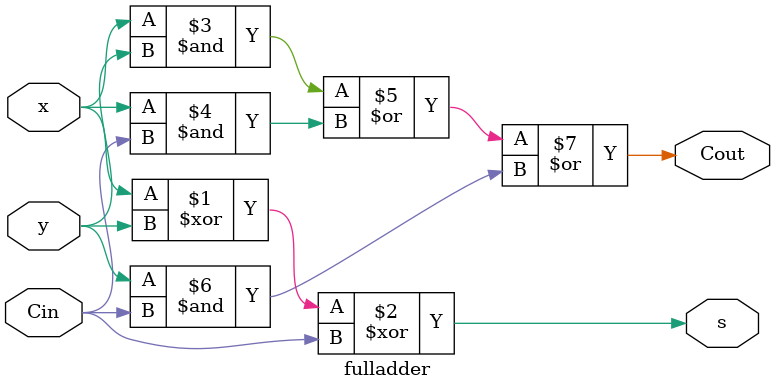
<source format=v>
module Q5(cin,a,b,s,cout);
input [3:0] a,b;
input cin;

output [3:0] s;
output cout;

wire [3:0] z,u;

fourbitadd f1(cin,a,b,z,co);
assign cout = co | (z[3] & z[2]) | (z[3] & z[1]);
assign u[0]=0;
assign u[1]=cout;
assign u[2]=cout;
assign u[3]=0;
fourbitadd f2(0,z,u,s,cx);
endmodule

module fourbitadd(cin,x,y,s,cout);
input cin;
input [3:0] x,y;
output cout;
output [3:0] s;
wire [3:1] c;

fulladder stage0(cin,x[0],y[0],s[0],c[1]);
fulladder stage1(c[1],x[1],y[1],s[1],c[2]);
fulladder stage2(c[2],x[2],y[2],s[2],c[3]);
fulladder stage3(c[3],x[3],y[3],s[3],cout);
endmodule

module fulladder(Cin, x, y, s, Cout);
input Cin, x, y;
output s, Cout;
assign s = x ^ y ^ Cin;
assign Cout = (x & y) | (x & Cin) | (y & Cin);
endmodule
</source>
